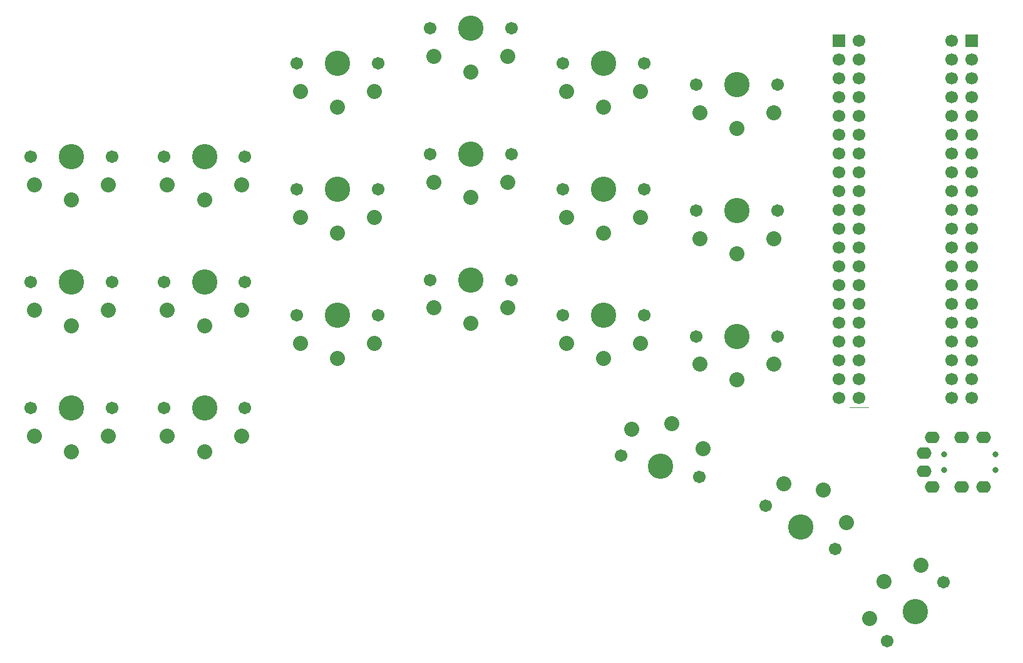
<source format=gts>
%TF.GenerationSoftware,KiCad,Pcbnew,9.0.4*%
%TF.CreationDate,2025-09-18T00:08:17-03:00*%
%TF.ProjectId,KalyPCB,4b616c79-5043-4422-9e6b-696361645f70,v1.0.0*%
%TF.SameCoordinates,Original*%
%TF.FileFunction,Soldermask,Top*%
%TF.FilePolarity,Negative*%
%FSLAX46Y46*%
G04 Gerber Fmt 4.6, Leading zero omitted, Abs format (unit mm)*
G04 Created by KiCad (PCBNEW 9.0.4) date 2025-09-18 00:08:17*
%MOMM*%
%LPD*%
G01*
G04 APERTURE LIST*
%ADD10C,0.120000*%
%ADD11C,1.701800*%
%ADD12C,3.429000*%
%ADD13C,2.032000*%
%ADD14R,1.700000X1.700000*%
%ADD15C,1.700000*%
%ADD16C,0.800000*%
%ADD17O,2.000000X1.600000*%
G04 APERTURE END LIST*
D10*
%TO.C,*%
X127230000Y-72970000D02*
X129770000Y-72970000D01*
%TD*%
D11*
%TO.C,S8*%
X63500000Y-43500000D03*
D12*
X58000000Y-43500000D03*
D11*
X52500000Y-43500000D03*
D13*
X63000000Y-47300000D03*
X53000000Y-47300000D03*
X58000000Y-49400000D03*
X58000000Y-49400000D03*
%TD*%
D11*
%TO.C,S20*%
X115938462Y-86226324D03*
D12*
X120602727Y-89140880D03*
D11*
X125266992Y-92055436D03*
D13*
X118376180Y-83268701D03*
X126856661Y-88567894D03*
X123729251Y-84137396D03*
X123729251Y-84137396D03*
%TD*%
D11*
%TO.C,S10*%
X81500000Y-55740000D03*
D12*
X76000000Y-55740000D03*
D11*
X70500000Y-55740000D03*
D13*
X81000000Y-59540000D03*
X71000000Y-59540000D03*
X76000000Y-61640000D03*
X76000000Y-61640000D03*
%TD*%
D11*
%TO.C,S13*%
X99500000Y-60500000D03*
D12*
X94000000Y-60500000D03*
D11*
X88500000Y-60500000D03*
D13*
X99000000Y-64300000D03*
X89000000Y-64300000D03*
X94000000Y-66400000D03*
X94000000Y-66400000D03*
%TD*%
D11*
%TO.C,S4*%
X45500000Y-73070000D03*
D12*
X40000000Y-73070000D03*
D11*
X34500000Y-73070000D03*
D13*
X45000000Y-76870000D03*
X35000000Y-76870000D03*
X40000000Y-78970000D03*
X40000000Y-78970000D03*
%TD*%
D14*
%TO.C,*%
X125840000Y-23460000D03*
X143740000Y-23440000D03*
D15*
X125840000Y-26000000D03*
X143740000Y-25980000D03*
X125840000Y-28540000D03*
X143740000Y-28520000D03*
X125840000Y-31080000D03*
X143740000Y-31060000D03*
X125840000Y-33620000D03*
X143740000Y-33600000D03*
X125840000Y-36160000D03*
X143740000Y-36140000D03*
X125840000Y-38700000D03*
X143740000Y-38680000D03*
X125840000Y-41240000D03*
X143740000Y-41220000D03*
X125840000Y-43780000D03*
X143740000Y-43760000D03*
X125840000Y-46320000D03*
X143740000Y-46300000D03*
X125840000Y-48860000D03*
X143740000Y-48840000D03*
X125840000Y-51400000D03*
X143740000Y-51380000D03*
X125840000Y-53940000D03*
X143740000Y-53920000D03*
X125840000Y-56480000D03*
X143740000Y-56460000D03*
X125840000Y-59020000D03*
X143740000Y-59000000D03*
X125840000Y-61560000D03*
X143740000Y-61540000D03*
X125840000Y-64100000D03*
X143740000Y-64080000D03*
X125840000Y-66640000D03*
X143740000Y-66620000D03*
X125840000Y-69180000D03*
X143740000Y-69160000D03*
X125840000Y-71720000D03*
X143740000Y-71700000D03*
X128500000Y-71700000D03*
X141080000Y-71720000D03*
X128500000Y-69160000D03*
X141080000Y-69180000D03*
X128500000Y-66620000D03*
X141080000Y-66640000D03*
X128500000Y-64080000D03*
X141080000Y-64100000D03*
X128500000Y-61540000D03*
X141080000Y-61560000D03*
X128500000Y-59000000D03*
X141080000Y-59020000D03*
X128500000Y-56460000D03*
X141080000Y-56480000D03*
X128500000Y-53920000D03*
X141080000Y-53940000D03*
X128500000Y-51380000D03*
X141080000Y-51400000D03*
X128500000Y-48840000D03*
X141080000Y-48860000D03*
X128500000Y-46300000D03*
X141080000Y-46320000D03*
X128500000Y-43760000D03*
X141080000Y-43780000D03*
X128500000Y-41220000D03*
X141080000Y-41240000D03*
X128500000Y-38680000D03*
X141080000Y-38700000D03*
X128500000Y-36140000D03*
X141080000Y-36160000D03*
X128500000Y-33600000D03*
X141080000Y-33620000D03*
X128500000Y-31060000D03*
X141080000Y-31080000D03*
X128500000Y-28520000D03*
X141080000Y-28540000D03*
X128500000Y-25980000D03*
X141080000Y-26000000D03*
X128500000Y-23440000D03*
X141080000Y-23460000D03*
%TD*%
D11*
%TO.C,S21*%
X132306591Y-104520659D03*
D12*
X136127212Y-100564290D03*
D11*
X139947833Y-96607921D03*
D13*
X129920429Y-101521287D03*
X136867013Y-94327889D03*
X131883107Y-96465806D03*
X131883107Y-96465806D03*
%TD*%
D11*
%TO.C,S5*%
X45500000Y-56070000D03*
D12*
X40000000Y-56070000D03*
D11*
X34500000Y-56070000D03*
D13*
X45000000Y-59870000D03*
X35000000Y-59870000D03*
X40000000Y-61970000D03*
X40000000Y-61970000D03*
%TD*%
D11*
%TO.C,S19*%
X96337408Y-79476495D03*
D12*
X101650000Y-80900000D03*
D11*
X106962592Y-82323505D03*
D13*
X97803883Y-75935387D03*
X107463142Y-78523577D03*
X103177032Y-75201038D03*
X103177032Y-75201038D03*
%TD*%
D11*
%TO.C,S15*%
X99500000Y-26500000D03*
D12*
X94000000Y-26500000D03*
D11*
X88500000Y-26500000D03*
D13*
X99000000Y-30300000D03*
X89000000Y-30300000D03*
X94000000Y-32400000D03*
X94000000Y-32400000D03*
%TD*%
D11*
%TO.C,S1*%
X27500000Y-73070000D03*
D12*
X22000000Y-73070000D03*
D11*
X16500000Y-73070000D03*
D13*
X27000000Y-76870000D03*
X17000000Y-76870000D03*
X22000000Y-78970000D03*
X22000000Y-78970000D03*
%TD*%
D11*
%TO.C,S18*%
X117500000Y-29360000D03*
D12*
X112000000Y-29360000D03*
D11*
X106500000Y-29360000D03*
D13*
X117000000Y-33160000D03*
X107000000Y-33160000D03*
X112000000Y-35260000D03*
X112000000Y-35260000D03*
%TD*%
D16*
%TO.C,J1*%
X146990000Y-79320000D03*
X139990000Y-79320000D03*
X146990000Y-81420000D03*
X139990000Y-81420000D03*
D17*
X137290000Y-79120000D03*
X137290000Y-81620000D03*
X138390000Y-77020000D03*
X138390000Y-83720000D03*
X142390000Y-77020000D03*
X145390000Y-83720000D03*
X145390000Y-77020000D03*
X142390000Y-83720000D03*
%TD*%
D11*
%TO.C,S11*%
X81500000Y-38740000D03*
D12*
X76000000Y-38740000D03*
D11*
X70500000Y-38740000D03*
D13*
X81000000Y-42540000D03*
X71000000Y-42540000D03*
X76000000Y-44640000D03*
X76000000Y-44640000D03*
%TD*%
D11*
%TO.C,S9*%
X63500000Y-26500000D03*
D12*
X58000000Y-26500000D03*
D11*
X52500000Y-26500000D03*
D13*
X63000000Y-30300000D03*
X53000000Y-30300000D03*
X58000000Y-32400000D03*
X58000000Y-32400000D03*
%TD*%
D11*
%TO.C,S6*%
X45500000Y-39070000D03*
D12*
X40000000Y-39070000D03*
D11*
X34500000Y-39070000D03*
D13*
X45000000Y-42870000D03*
X35000000Y-42870000D03*
X40000000Y-44970000D03*
X40000000Y-44970000D03*
%TD*%
D11*
%TO.C,S14*%
X99500000Y-43500000D03*
D12*
X94000000Y-43500000D03*
D11*
X88500000Y-43500000D03*
D13*
X99000000Y-47300000D03*
X89000000Y-47300000D03*
X94000000Y-49400000D03*
X94000000Y-49400000D03*
%TD*%
D11*
%TO.C,S12*%
X81500000Y-21740000D03*
D12*
X76000000Y-21740000D03*
D11*
X70500000Y-21740000D03*
D13*
X81000000Y-25540000D03*
X71000000Y-25540000D03*
X76000000Y-27640000D03*
X76000000Y-27640000D03*
%TD*%
D11*
%TO.C,S16*%
X117500000Y-63360000D03*
D12*
X112000000Y-63360000D03*
D11*
X106500000Y-63360000D03*
D13*
X117000000Y-67160000D03*
X107000000Y-67160000D03*
X112000000Y-69260000D03*
X112000000Y-69260000D03*
%TD*%
D11*
%TO.C,S3*%
X27500000Y-39070000D03*
D12*
X22000000Y-39070000D03*
D11*
X16500000Y-39070000D03*
D13*
X27000000Y-42870000D03*
X17000000Y-42870000D03*
X22000000Y-44970000D03*
X22000000Y-44970000D03*
%TD*%
D11*
%TO.C,S2*%
X27500000Y-56070000D03*
D12*
X22000000Y-56070000D03*
D11*
X16500000Y-56070000D03*
D13*
X27000000Y-59870000D03*
X17000000Y-59870000D03*
X22000000Y-61970000D03*
X22000000Y-61970000D03*
%TD*%
D11*
%TO.C,S17*%
X117500000Y-46360000D03*
D12*
X112000000Y-46360000D03*
D11*
X106500000Y-46360000D03*
D13*
X117000000Y-50160000D03*
X107000000Y-50160000D03*
X112000000Y-52260000D03*
X112000000Y-52260000D03*
%TD*%
D11*
%TO.C,S7*%
X63500000Y-60500000D03*
D12*
X58000000Y-60500000D03*
D11*
X52500000Y-60500000D03*
D13*
X63000000Y-64300000D03*
X53000000Y-64300000D03*
X58000000Y-66400000D03*
X58000000Y-66400000D03*
%TD*%
M02*

</source>
